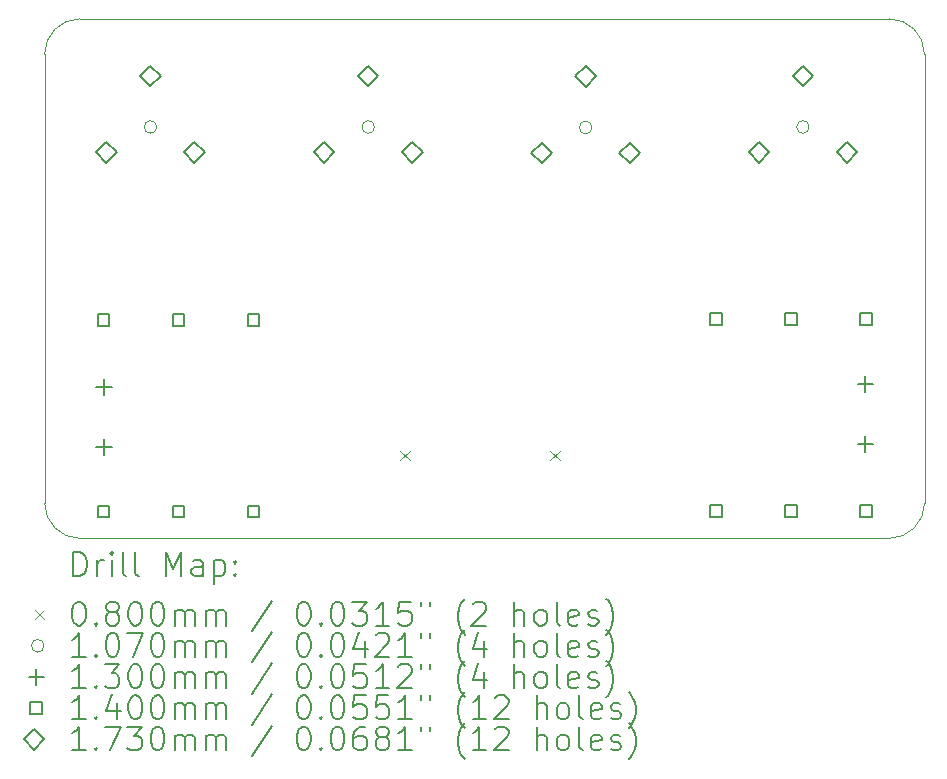
<source format=gbr>
%TF.GenerationSoftware,KiCad,Pcbnew,7.0.1*%
%TF.CreationDate,2023-08-03T02:37:53+01:00*%
%TF.ProjectId,QA403 Impedance Fixture,51413430-3320-4496-9d70-6564616e6365,rev?*%
%TF.SameCoordinates,Original*%
%TF.FileFunction,Drillmap*%
%TF.FilePolarity,Positive*%
%FSLAX45Y45*%
G04 Gerber Fmt 4.5, Leading zero omitted, Abs format (unit mm)*
G04 Created by KiCad (PCBNEW 7.0.1) date 2023-08-03 02:37:53*
%MOMM*%
%LPD*%
G01*
G04 APERTURE LIST*
%ADD10C,0.100000*%
%ADD11C,0.200000*%
%ADD12C,0.080000*%
%ADD13C,0.107000*%
%ADD14C,0.130000*%
%ADD15C,0.140000*%
%ADD16C,0.173000*%
G04 APERTURE END LIST*
D10*
X7850000Y-2500000D02*
G75*
G03*
X7550000Y-2800000I0J-300000D01*
G01*
X15000000Y-2800000D02*
G75*
G03*
X14700000Y-2500000I-300000J0D01*
G01*
X7550000Y-6600000D02*
X7550000Y-2800000D01*
X7850000Y-2500000D02*
X14700000Y-2500000D01*
X15000000Y-2800000D02*
X15000000Y-6600000D01*
X14700000Y-6900000D02*
X7850000Y-6900000D01*
X7550000Y-6600000D02*
G75*
G03*
X7850000Y-6900000I300000J0D01*
G01*
X14700000Y-6900000D02*
G75*
G03*
X15000000Y-6600000I0J300000D01*
G01*
D11*
D12*
X10560000Y-6160000D02*
X10640000Y-6240000D01*
X10640000Y-6160000D02*
X10560000Y-6240000D01*
X11830000Y-6160000D02*
X11910000Y-6240000D01*
X11910000Y-6160000D02*
X11830000Y-6240000D01*
D13*
X8499000Y-3416500D02*
G75*
G03*
X8499000Y-3416500I-53500J0D01*
G01*
X10343579Y-3416500D02*
G75*
G03*
X10343579Y-3416500I-53500J0D01*
G01*
X12183540Y-3421000D02*
G75*
G03*
X12183540Y-3421000I-53500J0D01*
G01*
X14023500Y-3416500D02*
G75*
G03*
X14023500Y-3416500I-53500J0D01*
G01*
D14*
X8051900Y-5551800D02*
X8051900Y-5681800D01*
X7986900Y-5616800D02*
X8116900Y-5616800D01*
X8051900Y-6059800D02*
X8051900Y-6189800D01*
X7986900Y-6124800D02*
X8116900Y-6124800D01*
X14500000Y-5527000D02*
X14500000Y-5657000D01*
X14435000Y-5592000D02*
X14565000Y-5592000D01*
X14500000Y-6035000D02*
X14500000Y-6165000D01*
X14435000Y-6100000D02*
X14565000Y-6100000D01*
D15*
X8097998Y-5099498D02*
X8097998Y-5000502D01*
X7999002Y-5000502D01*
X7999002Y-5099498D01*
X8097998Y-5099498D01*
X8097998Y-6722498D02*
X8097998Y-6623502D01*
X7999002Y-6623502D01*
X7999002Y-6722498D01*
X8097998Y-6722498D01*
X8732998Y-5099498D02*
X8732998Y-5000502D01*
X8634002Y-5000502D01*
X8634002Y-5099498D01*
X8732998Y-5099498D01*
X8732998Y-6722498D02*
X8732998Y-6623502D01*
X8634002Y-6623502D01*
X8634002Y-6722498D01*
X8732998Y-6722498D01*
X9367998Y-5099498D02*
X9367998Y-5000502D01*
X9269002Y-5000502D01*
X9269002Y-5099498D01*
X9367998Y-5099498D01*
X9367998Y-6722498D02*
X9367998Y-6623502D01*
X9269002Y-6623502D01*
X9269002Y-6722498D01*
X9367998Y-6722498D01*
X13282898Y-5093298D02*
X13282898Y-4994302D01*
X13183902Y-4994302D01*
X13183902Y-5093298D01*
X13282898Y-5093298D01*
X13282898Y-6716298D02*
X13282898Y-6617302D01*
X13183902Y-6617302D01*
X13183902Y-6716298D01*
X13282898Y-6716298D01*
X13917898Y-5093298D02*
X13917898Y-4994302D01*
X13818902Y-4994302D01*
X13818902Y-5093298D01*
X13917898Y-5093298D01*
X13917898Y-6716298D02*
X13917898Y-6617302D01*
X13818902Y-6617302D01*
X13818902Y-6716298D01*
X13917898Y-6716298D01*
X14552898Y-5093298D02*
X14552898Y-4994302D01*
X14453902Y-4994302D01*
X14453902Y-5093298D01*
X14552898Y-5093298D01*
X14552898Y-6716298D02*
X14552898Y-6617302D01*
X14453902Y-6617302D01*
X14453902Y-6716298D01*
X14552898Y-6716298D01*
D16*
X8072500Y-3719000D02*
X8159000Y-3632500D01*
X8072500Y-3546000D01*
X7986000Y-3632500D01*
X8072500Y-3719000D01*
X8445500Y-3071000D02*
X8532000Y-2984500D01*
X8445500Y-2898000D01*
X8359000Y-2984500D01*
X8445500Y-3071000D01*
X8818500Y-3719000D02*
X8905000Y-3632500D01*
X8818500Y-3546000D01*
X8732000Y-3632500D01*
X8818500Y-3719000D01*
X9917079Y-3719000D02*
X10003579Y-3632500D01*
X9917079Y-3546000D01*
X9830579Y-3632500D01*
X9917079Y-3719000D01*
X10290079Y-3071000D02*
X10376579Y-2984500D01*
X10290079Y-2898000D01*
X10203579Y-2984500D01*
X10290079Y-3071000D01*
X10663079Y-3719000D02*
X10749579Y-3632500D01*
X10663079Y-3546000D01*
X10576579Y-3632500D01*
X10663079Y-3719000D01*
X11757040Y-3723500D02*
X11843540Y-3637000D01*
X11757040Y-3550500D01*
X11670540Y-3637000D01*
X11757040Y-3723500D01*
X12130040Y-3075500D02*
X12216540Y-2989000D01*
X12130040Y-2902500D01*
X12043540Y-2989000D01*
X12130040Y-3075500D01*
X12503040Y-3723500D02*
X12589540Y-3637000D01*
X12503040Y-3550500D01*
X12416540Y-3637000D01*
X12503040Y-3723500D01*
X13597000Y-3719000D02*
X13683500Y-3632500D01*
X13597000Y-3546000D01*
X13510500Y-3632500D01*
X13597000Y-3719000D01*
X13970000Y-3071000D02*
X14056500Y-2984500D01*
X13970000Y-2898000D01*
X13883500Y-2984500D01*
X13970000Y-3071000D01*
X14343000Y-3719000D02*
X14429500Y-3632500D01*
X14343000Y-3546000D01*
X14256500Y-3632500D01*
X14343000Y-3719000D01*
D11*
X7792619Y-7217524D02*
X7792619Y-7017524D01*
X7792619Y-7017524D02*
X7840238Y-7017524D01*
X7840238Y-7017524D02*
X7868809Y-7027048D01*
X7868809Y-7027048D02*
X7887857Y-7046095D01*
X7887857Y-7046095D02*
X7897381Y-7065143D01*
X7897381Y-7065143D02*
X7906905Y-7103238D01*
X7906905Y-7103238D02*
X7906905Y-7131809D01*
X7906905Y-7131809D02*
X7897381Y-7169905D01*
X7897381Y-7169905D02*
X7887857Y-7188952D01*
X7887857Y-7188952D02*
X7868809Y-7208000D01*
X7868809Y-7208000D02*
X7840238Y-7217524D01*
X7840238Y-7217524D02*
X7792619Y-7217524D01*
X7992619Y-7217524D02*
X7992619Y-7084190D01*
X7992619Y-7122286D02*
X8002143Y-7103238D01*
X8002143Y-7103238D02*
X8011667Y-7093714D01*
X8011667Y-7093714D02*
X8030714Y-7084190D01*
X8030714Y-7084190D02*
X8049762Y-7084190D01*
X8116428Y-7217524D02*
X8116428Y-7084190D01*
X8116428Y-7017524D02*
X8106905Y-7027048D01*
X8106905Y-7027048D02*
X8116428Y-7036571D01*
X8116428Y-7036571D02*
X8125952Y-7027048D01*
X8125952Y-7027048D02*
X8116428Y-7017524D01*
X8116428Y-7017524D02*
X8116428Y-7036571D01*
X8240238Y-7217524D02*
X8221190Y-7208000D01*
X8221190Y-7208000D02*
X8211667Y-7188952D01*
X8211667Y-7188952D02*
X8211667Y-7017524D01*
X8345000Y-7217524D02*
X8325952Y-7208000D01*
X8325952Y-7208000D02*
X8316428Y-7188952D01*
X8316428Y-7188952D02*
X8316428Y-7017524D01*
X8573571Y-7217524D02*
X8573571Y-7017524D01*
X8573571Y-7017524D02*
X8640238Y-7160381D01*
X8640238Y-7160381D02*
X8706905Y-7017524D01*
X8706905Y-7017524D02*
X8706905Y-7217524D01*
X8887857Y-7217524D02*
X8887857Y-7112762D01*
X8887857Y-7112762D02*
X8878333Y-7093714D01*
X8878333Y-7093714D02*
X8859286Y-7084190D01*
X8859286Y-7084190D02*
X8821190Y-7084190D01*
X8821190Y-7084190D02*
X8802143Y-7093714D01*
X8887857Y-7208000D02*
X8868810Y-7217524D01*
X8868810Y-7217524D02*
X8821190Y-7217524D01*
X8821190Y-7217524D02*
X8802143Y-7208000D01*
X8802143Y-7208000D02*
X8792619Y-7188952D01*
X8792619Y-7188952D02*
X8792619Y-7169905D01*
X8792619Y-7169905D02*
X8802143Y-7150857D01*
X8802143Y-7150857D02*
X8821190Y-7141333D01*
X8821190Y-7141333D02*
X8868810Y-7141333D01*
X8868810Y-7141333D02*
X8887857Y-7131809D01*
X8983095Y-7084190D02*
X8983095Y-7284190D01*
X8983095Y-7093714D02*
X9002143Y-7084190D01*
X9002143Y-7084190D02*
X9040238Y-7084190D01*
X9040238Y-7084190D02*
X9059286Y-7093714D01*
X9059286Y-7093714D02*
X9068810Y-7103238D01*
X9068810Y-7103238D02*
X9078333Y-7122286D01*
X9078333Y-7122286D02*
X9078333Y-7179428D01*
X9078333Y-7179428D02*
X9068810Y-7198476D01*
X9068810Y-7198476D02*
X9059286Y-7208000D01*
X9059286Y-7208000D02*
X9040238Y-7217524D01*
X9040238Y-7217524D02*
X9002143Y-7217524D01*
X9002143Y-7217524D02*
X8983095Y-7208000D01*
X9164048Y-7198476D02*
X9173571Y-7208000D01*
X9173571Y-7208000D02*
X9164048Y-7217524D01*
X9164048Y-7217524D02*
X9154524Y-7208000D01*
X9154524Y-7208000D02*
X9164048Y-7198476D01*
X9164048Y-7198476D02*
X9164048Y-7217524D01*
X9164048Y-7093714D02*
X9173571Y-7103238D01*
X9173571Y-7103238D02*
X9164048Y-7112762D01*
X9164048Y-7112762D02*
X9154524Y-7103238D01*
X9154524Y-7103238D02*
X9164048Y-7093714D01*
X9164048Y-7093714D02*
X9164048Y-7112762D01*
D12*
X7465000Y-7505000D02*
X7545000Y-7585000D01*
X7545000Y-7505000D02*
X7465000Y-7585000D01*
D11*
X7830714Y-7437524D02*
X7849762Y-7437524D01*
X7849762Y-7437524D02*
X7868809Y-7447048D01*
X7868809Y-7447048D02*
X7878333Y-7456571D01*
X7878333Y-7456571D02*
X7887857Y-7475619D01*
X7887857Y-7475619D02*
X7897381Y-7513714D01*
X7897381Y-7513714D02*
X7897381Y-7561333D01*
X7897381Y-7561333D02*
X7887857Y-7599428D01*
X7887857Y-7599428D02*
X7878333Y-7618476D01*
X7878333Y-7618476D02*
X7868809Y-7628000D01*
X7868809Y-7628000D02*
X7849762Y-7637524D01*
X7849762Y-7637524D02*
X7830714Y-7637524D01*
X7830714Y-7637524D02*
X7811667Y-7628000D01*
X7811667Y-7628000D02*
X7802143Y-7618476D01*
X7802143Y-7618476D02*
X7792619Y-7599428D01*
X7792619Y-7599428D02*
X7783095Y-7561333D01*
X7783095Y-7561333D02*
X7783095Y-7513714D01*
X7783095Y-7513714D02*
X7792619Y-7475619D01*
X7792619Y-7475619D02*
X7802143Y-7456571D01*
X7802143Y-7456571D02*
X7811667Y-7447048D01*
X7811667Y-7447048D02*
X7830714Y-7437524D01*
X7983095Y-7618476D02*
X7992619Y-7628000D01*
X7992619Y-7628000D02*
X7983095Y-7637524D01*
X7983095Y-7637524D02*
X7973571Y-7628000D01*
X7973571Y-7628000D02*
X7983095Y-7618476D01*
X7983095Y-7618476D02*
X7983095Y-7637524D01*
X8106905Y-7523238D02*
X8087857Y-7513714D01*
X8087857Y-7513714D02*
X8078333Y-7504190D01*
X8078333Y-7504190D02*
X8068809Y-7485143D01*
X8068809Y-7485143D02*
X8068809Y-7475619D01*
X8068809Y-7475619D02*
X8078333Y-7456571D01*
X8078333Y-7456571D02*
X8087857Y-7447048D01*
X8087857Y-7447048D02*
X8106905Y-7437524D01*
X8106905Y-7437524D02*
X8145000Y-7437524D01*
X8145000Y-7437524D02*
X8164048Y-7447048D01*
X8164048Y-7447048D02*
X8173571Y-7456571D01*
X8173571Y-7456571D02*
X8183095Y-7475619D01*
X8183095Y-7475619D02*
X8183095Y-7485143D01*
X8183095Y-7485143D02*
X8173571Y-7504190D01*
X8173571Y-7504190D02*
X8164048Y-7513714D01*
X8164048Y-7513714D02*
X8145000Y-7523238D01*
X8145000Y-7523238D02*
X8106905Y-7523238D01*
X8106905Y-7523238D02*
X8087857Y-7532762D01*
X8087857Y-7532762D02*
X8078333Y-7542286D01*
X8078333Y-7542286D02*
X8068809Y-7561333D01*
X8068809Y-7561333D02*
X8068809Y-7599428D01*
X8068809Y-7599428D02*
X8078333Y-7618476D01*
X8078333Y-7618476D02*
X8087857Y-7628000D01*
X8087857Y-7628000D02*
X8106905Y-7637524D01*
X8106905Y-7637524D02*
X8145000Y-7637524D01*
X8145000Y-7637524D02*
X8164048Y-7628000D01*
X8164048Y-7628000D02*
X8173571Y-7618476D01*
X8173571Y-7618476D02*
X8183095Y-7599428D01*
X8183095Y-7599428D02*
X8183095Y-7561333D01*
X8183095Y-7561333D02*
X8173571Y-7542286D01*
X8173571Y-7542286D02*
X8164048Y-7532762D01*
X8164048Y-7532762D02*
X8145000Y-7523238D01*
X8306905Y-7437524D02*
X8325952Y-7437524D01*
X8325952Y-7437524D02*
X8345000Y-7447048D01*
X8345000Y-7447048D02*
X8354524Y-7456571D01*
X8354524Y-7456571D02*
X8364048Y-7475619D01*
X8364048Y-7475619D02*
X8373571Y-7513714D01*
X8373571Y-7513714D02*
X8373571Y-7561333D01*
X8373571Y-7561333D02*
X8364048Y-7599428D01*
X8364048Y-7599428D02*
X8354524Y-7618476D01*
X8354524Y-7618476D02*
X8345000Y-7628000D01*
X8345000Y-7628000D02*
X8325952Y-7637524D01*
X8325952Y-7637524D02*
X8306905Y-7637524D01*
X8306905Y-7637524D02*
X8287857Y-7628000D01*
X8287857Y-7628000D02*
X8278333Y-7618476D01*
X8278333Y-7618476D02*
X8268809Y-7599428D01*
X8268809Y-7599428D02*
X8259286Y-7561333D01*
X8259286Y-7561333D02*
X8259286Y-7513714D01*
X8259286Y-7513714D02*
X8268809Y-7475619D01*
X8268809Y-7475619D02*
X8278333Y-7456571D01*
X8278333Y-7456571D02*
X8287857Y-7447048D01*
X8287857Y-7447048D02*
X8306905Y-7437524D01*
X8497381Y-7437524D02*
X8516429Y-7437524D01*
X8516429Y-7437524D02*
X8535476Y-7447048D01*
X8535476Y-7447048D02*
X8545000Y-7456571D01*
X8545000Y-7456571D02*
X8554524Y-7475619D01*
X8554524Y-7475619D02*
X8564048Y-7513714D01*
X8564048Y-7513714D02*
X8564048Y-7561333D01*
X8564048Y-7561333D02*
X8554524Y-7599428D01*
X8554524Y-7599428D02*
X8545000Y-7618476D01*
X8545000Y-7618476D02*
X8535476Y-7628000D01*
X8535476Y-7628000D02*
X8516429Y-7637524D01*
X8516429Y-7637524D02*
X8497381Y-7637524D01*
X8497381Y-7637524D02*
X8478333Y-7628000D01*
X8478333Y-7628000D02*
X8468810Y-7618476D01*
X8468810Y-7618476D02*
X8459286Y-7599428D01*
X8459286Y-7599428D02*
X8449762Y-7561333D01*
X8449762Y-7561333D02*
X8449762Y-7513714D01*
X8449762Y-7513714D02*
X8459286Y-7475619D01*
X8459286Y-7475619D02*
X8468810Y-7456571D01*
X8468810Y-7456571D02*
X8478333Y-7447048D01*
X8478333Y-7447048D02*
X8497381Y-7437524D01*
X8649762Y-7637524D02*
X8649762Y-7504190D01*
X8649762Y-7523238D02*
X8659286Y-7513714D01*
X8659286Y-7513714D02*
X8678333Y-7504190D01*
X8678333Y-7504190D02*
X8706905Y-7504190D01*
X8706905Y-7504190D02*
X8725952Y-7513714D01*
X8725952Y-7513714D02*
X8735476Y-7532762D01*
X8735476Y-7532762D02*
X8735476Y-7637524D01*
X8735476Y-7532762D02*
X8745000Y-7513714D01*
X8745000Y-7513714D02*
X8764048Y-7504190D01*
X8764048Y-7504190D02*
X8792619Y-7504190D01*
X8792619Y-7504190D02*
X8811667Y-7513714D01*
X8811667Y-7513714D02*
X8821191Y-7532762D01*
X8821191Y-7532762D02*
X8821191Y-7637524D01*
X8916429Y-7637524D02*
X8916429Y-7504190D01*
X8916429Y-7523238D02*
X8925952Y-7513714D01*
X8925952Y-7513714D02*
X8945000Y-7504190D01*
X8945000Y-7504190D02*
X8973572Y-7504190D01*
X8973572Y-7504190D02*
X8992619Y-7513714D01*
X8992619Y-7513714D02*
X9002143Y-7532762D01*
X9002143Y-7532762D02*
X9002143Y-7637524D01*
X9002143Y-7532762D02*
X9011667Y-7513714D01*
X9011667Y-7513714D02*
X9030714Y-7504190D01*
X9030714Y-7504190D02*
X9059286Y-7504190D01*
X9059286Y-7504190D02*
X9078333Y-7513714D01*
X9078333Y-7513714D02*
X9087857Y-7532762D01*
X9087857Y-7532762D02*
X9087857Y-7637524D01*
X9478333Y-7428000D02*
X9306905Y-7685143D01*
X9735476Y-7437524D02*
X9754524Y-7437524D01*
X9754524Y-7437524D02*
X9773572Y-7447048D01*
X9773572Y-7447048D02*
X9783095Y-7456571D01*
X9783095Y-7456571D02*
X9792619Y-7475619D01*
X9792619Y-7475619D02*
X9802143Y-7513714D01*
X9802143Y-7513714D02*
X9802143Y-7561333D01*
X9802143Y-7561333D02*
X9792619Y-7599428D01*
X9792619Y-7599428D02*
X9783095Y-7618476D01*
X9783095Y-7618476D02*
X9773572Y-7628000D01*
X9773572Y-7628000D02*
X9754524Y-7637524D01*
X9754524Y-7637524D02*
X9735476Y-7637524D01*
X9735476Y-7637524D02*
X9716429Y-7628000D01*
X9716429Y-7628000D02*
X9706905Y-7618476D01*
X9706905Y-7618476D02*
X9697381Y-7599428D01*
X9697381Y-7599428D02*
X9687857Y-7561333D01*
X9687857Y-7561333D02*
X9687857Y-7513714D01*
X9687857Y-7513714D02*
X9697381Y-7475619D01*
X9697381Y-7475619D02*
X9706905Y-7456571D01*
X9706905Y-7456571D02*
X9716429Y-7447048D01*
X9716429Y-7447048D02*
X9735476Y-7437524D01*
X9887857Y-7618476D02*
X9897381Y-7628000D01*
X9897381Y-7628000D02*
X9887857Y-7637524D01*
X9887857Y-7637524D02*
X9878334Y-7628000D01*
X9878334Y-7628000D02*
X9887857Y-7618476D01*
X9887857Y-7618476D02*
X9887857Y-7637524D01*
X10021191Y-7437524D02*
X10040238Y-7437524D01*
X10040238Y-7437524D02*
X10059286Y-7447048D01*
X10059286Y-7447048D02*
X10068810Y-7456571D01*
X10068810Y-7456571D02*
X10078334Y-7475619D01*
X10078334Y-7475619D02*
X10087857Y-7513714D01*
X10087857Y-7513714D02*
X10087857Y-7561333D01*
X10087857Y-7561333D02*
X10078334Y-7599428D01*
X10078334Y-7599428D02*
X10068810Y-7618476D01*
X10068810Y-7618476D02*
X10059286Y-7628000D01*
X10059286Y-7628000D02*
X10040238Y-7637524D01*
X10040238Y-7637524D02*
X10021191Y-7637524D01*
X10021191Y-7637524D02*
X10002143Y-7628000D01*
X10002143Y-7628000D02*
X9992619Y-7618476D01*
X9992619Y-7618476D02*
X9983095Y-7599428D01*
X9983095Y-7599428D02*
X9973572Y-7561333D01*
X9973572Y-7561333D02*
X9973572Y-7513714D01*
X9973572Y-7513714D02*
X9983095Y-7475619D01*
X9983095Y-7475619D02*
X9992619Y-7456571D01*
X9992619Y-7456571D02*
X10002143Y-7447048D01*
X10002143Y-7447048D02*
X10021191Y-7437524D01*
X10154524Y-7437524D02*
X10278334Y-7437524D01*
X10278334Y-7437524D02*
X10211667Y-7513714D01*
X10211667Y-7513714D02*
X10240238Y-7513714D01*
X10240238Y-7513714D02*
X10259286Y-7523238D01*
X10259286Y-7523238D02*
X10268810Y-7532762D01*
X10268810Y-7532762D02*
X10278334Y-7551809D01*
X10278334Y-7551809D02*
X10278334Y-7599428D01*
X10278334Y-7599428D02*
X10268810Y-7618476D01*
X10268810Y-7618476D02*
X10259286Y-7628000D01*
X10259286Y-7628000D02*
X10240238Y-7637524D01*
X10240238Y-7637524D02*
X10183095Y-7637524D01*
X10183095Y-7637524D02*
X10164048Y-7628000D01*
X10164048Y-7628000D02*
X10154524Y-7618476D01*
X10468810Y-7637524D02*
X10354524Y-7637524D01*
X10411667Y-7637524D02*
X10411667Y-7437524D01*
X10411667Y-7437524D02*
X10392619Y-7466095D01*
X10392619Y-7466095D02*
X10373572Y-7485143D01*
X10373572Y-7485143D02*
X10354524Y-7494667D01*
X10649762Y-7437524D02*
X10554524Y-7437524D01*
X10554524Y-7437524D02*
X10545000Y-7532762D01*
X10545000Y-7532762D02*
X10554524Y-7523238D01*
X10554524Y-7523238D02*
X10573572Y-7513714D01*
X10573572Y-7513714D02*
X10621191Y-7513714D01*
X10621191Y-7513714D02*
X10640238Y-7523238D01*
X10640238Y-7523238D02*
X10649762Y-7532762D01*
X10649762Y-7532762D02*
X10659286Y-7551809D01*
X10659286Y-7551809D02*
X10659286Y-7599428D01*
X10659286Y-7599428D02*
X10649762Y-7618476D01*
X10649762Y-7618476D02*
X10640238Y-7628000D01*
X10640238Y-7628000D02*
X10621191Y-7637524D01*
X10621191Y-7637524D02*
X10573572Y-7637524D01*
X10573572Y-7637524D02*
X10554524Y-7628000D01*
X10554524Y-7628000D02*
X10545000Y-7618476D01*
X10735476Y-7437524D02*
X10735476Y-7475619D01*
X10811667Y-7437524D02*
X10811667Y-7475619D01*
X11106905Y-7713714D02*
X11097381Y-7704190D01*
X11097381Y-7704190D02*
X11078334Y-7675619D01*
X11078334Y-7675619D02*
X11068810Y-7656571D01*
X11068810Y-7656571D02*
X11059286Y-7628000D01*
X11059286Y-7628000D02*
X11049762Y-7580381D01*
X11049762Y-7580381D02*
X11049762Y-7542286D01*
X11049762Y-7542286D02*
X11059286Y-7494667D01*
X11059286Y-7494667D02*
X11068810Y-7466095D01*
X11068810Y-7466095D02*
X11078334Y-7447048D01*
X11078334Y-7447048D02*
X11097381Y-7418476D01*
X11097381Y-7418476D02*
X11106905Y-7408952D01*
X11173572Y-7456571D02*
X11183096Y-7447048D01*
X11183096Y-7447048D02*
X11202143Y-7437524D01*
X11202143Y-7437524D02*
X11249762Y-7437524D01*
X11249762Y-7437524D02*
X11268810Y-7447048D01*
X11268810Y-7447048D02*
X11278334Y-7456571D01*
X11278334Y-7456571D02*
X11287857Y-7475619D01*
X11287857Y-7475619D02*
X11287857Y-7494667D01*
X11287857Y-7494667D02*
X11278334Y-7523238D01*
X11278334Y-7523238D02*
X11164048Y-7637524D01*
X11164048Y-7637524D02*
X11287857Y-7637524D01*
X11525953Y-7637524D02*
X11525953Y-7437524D01*
X11611667Y-7637524D02*
X11611667Y-7532762D01*
X11611667Y-7532762D02*
X11602143Y-7513714D01*
X11602143Y-7513714D02*
X11583096Y-7504190D01*
X11583096Y-7504190D02*
X11554524Y-7504190D01*
X11554524Y-7504190D02*
X11535476Y-7513714D01*
X11535476Y-7513714D02*
X11525953Y-7523238D01*
X11735476Y-7637524D02*
X11716429Y-7628000D01*
X11716429Y-7628000D02*
X11706905Y-7618476D01*
X11706905Y-7618476D02*
X11697381Y-7599428D01*
X11697381Y-7599428D02*
X11697381Y-7542286D01*
X11697381Y-7542286D02*
X11706905Y-7523238D01*
X11706905Y-7523238D02*
X11716429Y-7513714D01*
X11716429Y-7513714D02*
X11735476Y-7504190D01*
X11735476Y-7504190D02*
X11764048Y-7504190D01*
X11764048Y-7504190D02*
X11783096Y-7513714D01*
X11783096Y-7513714D02*
X11792619Y-7523238D01*
X11792619Y-7523238D02*
X11802143Y-7542286D01*
X11802143Y-7542286D02*
X11802143Y-7599428D01*
X11802143Y-7599428D02*
X11792619Y-7618476D01*
X11792619Y-7618476D02*
X11783096Y-7628000D01*
X11783096Y-7628000D02*
X11764048Y-7637524D01*
X11764048Y-7637524D02*
X11735476Y-7637524D01*
X11916429Y-7637524D02*
X11897381Y-7628000D01*
X11897381Y-7628000D02*
X11887857Y-7608952D01*
X11887857Y-7608952D02*
X11887857Y-7437524D01*
X12068810Y-7628000D02*
X12049762Y-7637524D01*
X12049762Y-7637524D02*
X12011667Y-7637524D01*
X12011667Y-7637524D02*
X11992619Y-7628000D01*
X11992619Y-7628000D02*
X11983096Y-7608952D01*
X11983096Y-7608952D02*
X11983096Y-7532762D01*
X11983096Y-7532762D02*
X11992619Y-7513714D01*
X11992619Y-7513714D02*
X12011667Y-7504190D01*
X12011667Y-7504190D02*
X12049762Y-7504190D01*
X12049762Y-7504190D02*
X12068810Y-7513714D01*
X12068810Y-7513714D02*
X12078334Y-7532762D01*
X12078334Y-7532762D02*
X12078334Y-7551809D01*
X12078334Y-7551809D02*
X11983096Y-7570857D01*
X12154524Y-7628000D02*
X12173572Y-7637524D01*
X12173572Y-7637524D02*
X12211667Y-7637524D01*
X12211667Y-7637524D02*
X12230715Y-7628000D01*
X12230715Y-7628000D02*
X12240238Y-7608952D01*
X12240238Y-7608952D02*
X12240238Y-7599428D01*
X12240238Y-7599428D02*
X12230715Y-7580381D01*
X12230715Y-7580381D02*
X12211667Y-7570857D01*
X12211667Y-7570857D02*
X12183096Y-7570857D01*
X12183096Y-7570857D02*
X12164048Y-7561333D01*
X12164048Y-7561333D02*
X12154524Y-7542286D01*
X12154524Y-7542286D02*
X12154524Y-7532762D01*
X12154524Y-7532762D02*
X12164048Y-7513714D01*
X12164048Y-7513714D02*
X12183096Y-7504190D01*
X12183096Y-7504190D02*
X12211667Y-7504190D01*
X12211667Y-7504190D02*
X12230715Y-7513714D01*
X12306905Y-7713714D02*
X12316429Y-7704190D01*
X12316429Y-7704190D02*
X12335477Y-7675619D01*
X12335477Y-7675619D02*
X12345000Y-7656571D01*
X12345000Y-7656571D02*
X12354524Y-7628000D01*
X12354524Y-7628000D02*
X12364048Y-7580381D01*
X12364048Y-7580381D02*
X12364048Y-7542286D01*
X12364048Y-7542286D02*
X12354524Y-7494667D01*
X12354524Y-7494667D02*
X12345000Y-7466095D01*
X12345000Y-7466095D02*
X12335477Y-7447048D01*
X12335477Y-7447048D02*
X12316429Y-7418476D01*
X12316429Y-7418476D02*
X12306905Y-7408952D01*
D13*
X7545000Y-7809000D02*
G75*
G03*
X7545000Y-7809000I-53500J0D01*
G01*
D11*
X7897381Y-7901524D02*
X7783095Y-7901524D01*
X7840238Y-7901524D02*
X7840238Y-7701524D01*
X7840238Y-7701524D02*
X7821190Y-7730095D01*
X7821190Y-7730095D02*
X7802143Y-7749143D01*
X7802143Y-7749143D02*
X7783095Y-7758667D01*
X7983095Y-7882476D02*
X7992619Y-7892000D01*
X7992619Y-7892000D02*
X7983095Y-7901524D01*
X7983095Y-7901524D02*
X7973571Y-7892000D01*
X7973571Y-7892000D02*
X7983095Y-7882476D01*
X7983095Y-7882476D02*
X7983095Y-7901524D01*
X8116428Y-7701524D02*
X8135476Y-7701524D01*
X8135476Y-7701524D02*
X8154524Y-7711048D01*
X8154524Y-7711048D02*
X8164048Y-7720571D01*
X8164048Y-7720571D02*
X8173571Y-7739619D01*
X8173571Y-7739619D02*
X8183095Y-7777714D01*
X8183095Y-7777714D02*
X8183095Y-7825333D01*
X8183095Y-7825333D02*
X8173571Y-7863428D01*
X8173571Y-7863428D02*
X8164048Y-7882476D01*
X8164048Y-7882476D02*
X8154524Y-7892000D01*
X8154524Y-7892000D02*
X8135476Y-7901524D01*
X8135476Y-7901524D02*
X8116428Y-7901524D01*
X8116428Y-7901524D02*
X8097381Y-7892000D01*
X8097381Y-7892000D02*
X8087857Y-7882476D01*
X8087857Y-7882476D02*
X8078333Y-7863428D01*
X8078333Y-7863428D02*
X8068809Y-7825333D01*
X8068809Y-7825333D02*
X8068809Y-7777714D01*
X8068809Y-7777714D02*
X8078333Y-7739619D01*
X8078333Y-7739619D02*
X8087857Y-7720571D01*
X8087857Y-7720571D02*
X8097381Y-7711048D01*
X8097381Y-7711048D02*
X8116428Y-7701524D01*
X8249762Y-7701524D02*
X8383095Y-7701524D01*
X8383095Y-7701524D02*
X8297381Y-7901524D01*
X8497381Y-7701524D02*
X8516429Y-7701524D01*
X8516429Y-7701524D02*
X8535476Y-7711048D01*
X8535476Y-7711048D02*
X8545000Y-7720571D01*
X8545000Y-7720571D02*
X8554524Y-7739619D01*
X8554524Y-7739619D02*
X8564048Y-7777714D01*
X8564048Y-7777714D02*
X8564048Y-7825333D01*
X8564048Y-7825333D02*
X8554524Y-7863428D01*
X8554524Y-7863428D02*
X8545000Y-7882476D01*
X8545000Y-7882476D02*
X8535476Y-7892000D01*
X8535476Y-7892000D02*
X8516429Y-7901524D01*
X8516429Y-7901524D02*
X8497381Y-7901524D01*
X8497381Y-7901524D02*
X8478333Y-7892000D01*
X8478333Y-7892000D02*
X8468810Y-7882476D01*
X8468810Y-7882476D02*
X8459286Y-7863428D01*
X8459286Y-7863428D02*
X8449762Y-7825333D01*
X8449762Y-7825333D02*
X8449762Y-7777714D01*
X8449762Y-7777714D02*
X8459286Y-7739619D01*
X8459286Y-7739619D02*
X8468810Y-7720571D01*
X8468810Y-7720571D02*
X8478333Y-7711048D01*
X8478333Y-7711048D02*
X8497381Y-7701524D01*
X8649762Y-7901524D02*
X8649762Y-7768190D01*
X8649762Y-7787238D02*
X8659286Y-7777714D01*
X8659286Y-7777714D02*
X8678333Y-7768190D01*
X8678333Y-7768190D02*
X8706905Y-7768190D01*
X8706905Y-7768190D02*
X8725952Y-7777714D01*
X8725952Y-7777714D02*
X8735476Y-7796762D01*
X8735476Y-7796762D02*
X8735476Y-7901524D01*
X8735476Y-7796762D02*
X8745000Y-7777714D01*
X8745000Y-7777714D02*
X8764048Y-7768190D01*
X8764048Y-7768190D02*
X8792619Y-7768190D01*
X8792619Y-7768190D02*
X8811667Y-7777714D01*
X8811667Y-7777714D02*
X8821191Y-7796762D01*
X8821191Y-7796762D02*
X8821191Y-7901524D01*
X8916429Y-7901524D02*
X8916429Y-7768190D01*
X8916429Y-7787238D02*
X8925952Y-7777714D01*
X8925952Y-7777714D02*
X8945000Y-7768190D01*
X8945000Y-7768190D02*
X8973572Y-7768190D01*
X8973572Y-7768190D02*
X8992619Y-7777714D01*
X8992619Y-7777714D02*
X9002143Y-7796762D01*
X9002143Y-7796762D02*
X9002143Y-7901524D01*
X9002143Y-7796762D02*
X9011667Y-7777714D01*
X9011667Y-7777714D02*
X9030714Y-7768190D01*
X9030714Y-7768190D02*
X9059286Y-7768190D01*
X9059286Y-7768190D02*
X9078333Y-7777714D01*
X9078333Y-7777714D02*
X9087857Y-7796762D01*
X9087857Y-7796762D02*
X9087857Y-7901524D01*
X9478333Y-7692000D02*
X9306905Y-7949143D01*
X9735476Y-7701524D02*
X9754524Y-7701524D01*
X9754524Y-7701524D02*
X9773572Y-7711048D01*
X9773572Y-7711048D02*
X9783095Y-7720571D01*
X9783095Y-7720571D02*
X9792619Y-7739619D01*
X9792619Y-7739619D02*
X9802143Y-7777714D01*
X9802143Y-7777714D02*
X9802143Y-7825333D01*
X9802143Y-7825333D02*
X9792619Y-7863428D01*
X9792619Y-7863428D02*
X9783095Y-7882476D01*
X9783095Y-7882476D02*
X9773572Y-7892000D01*
X9773572Y-7892000D02*
X9754524Y-7901524D01*
X9754524Y-7901524D02*
X9735476Y-7901524D01*
X9735476Y-7901524D02*
X9716429Y-7892000D01*
X9716429Y-7892000D02*
X9706905Y-7882476D01*
X9706905Y-7882476D02*
X9697381Y-7863428D01*
X9697381Y-7863428D02*
X9687857Y-7825333D01*
X9687857Y-7825333D02*
X9687857Y-7777714D01*
X9687857Y-7777714D02*
X9697381Y-7739619D01*
X9697381Y-7739619D02*
X9706905Y-7720571D01*
X9706905Y-7720571D02*
X9716429Y-7711048D01*
X9716429Y-7711048D02*
X9735476Y-7701524D01*
X9887857Y-7882476D02*
X9897381Y-7892000D01*
X9897381Y-7892000D02*
X9887857Y-7901524D01*
X9887857Y-7901524D02*
X9878334Y-7892000D01*
X9878334Y-7892000D02*
X9887857Y-7882476D01*
X9887857Y-7882476D02*
X9887857Y-7901524D01*
X10021191Y-7701524D02*
X10040238Y-7701524D01*
X10040238Y-7701524D02*
X10059286Y-7711048D01*
X10059286Y-7711048D02*
X10068810Y-7720571D01*
X10068810Y-7720571D02*
X10078334Y-7739619D01*
X10078334Y-7739619D02*
X10087857Y-7777714D01*
X10087857Y-7777714D02*
X10087857Y-7825333D01*
X10087857Y-7825333D02*
X10078334Y-7863428D01*
X10078334Y-7863428D02*
X10068810Y-7882476D01*
X10068810Y-7882476D02*
X10059286Y-7892000D01*
X10059286Y-7892000D02*
X10040238Y-7901524D01*
X10040238Y-7901524D02*
X10021191Y-7901524D01*
X10021191Y-7901524D02*
X10002143Y-7892000D01*
X10002143Y-7892000D02*
X9992619Y-7882476D01*
X9992619Y-7882476D02*
X9983095Y-7863428D01*
X9983095Y-7863428D02*
X9973572Y-7825333D01*
X9973572Y-7825333D02*
X9973572Y-7777714D01*
X9973572Y-7777714D02*
X9983095Y-7739619D01*
X9983095Y-7739619D02*
X9992619Y-7720571D01*
X9992619Y-7720571D02*
X10002143Y-7711048D01*
X10002143Y-7711048D02*
X10021191Y-7701524D01*
X10259286Y-7768190D02*
X10259286Y-7901524D01*
X10211667Y-7692000D02*
X10164048Y-7834857D01*
X10164048Y-7834857D02*
X10287857Y-7834857D01*
X10354524Y-7720571D02*
X10364048Y-7711048D01*
X10364048Y-7711048D02*
X10383095Y-7701524D01*
X10383095Y-7701524D02*
X10430715Y-7701524D01*
X10430715Y-7701524D02*
X10449762Y-7711048D01*
X10449762Y-7711048D02*
X10459286Y-7720571D01*
X10459286Y-7720571D02*
X10468810Y-7739619D01*
X10468810Y-7739619D02*
X10468810Y-7758667D01*
X10468810Y-7758667D02*
X10459286Y-7787238D01*
X10459286Y-7787238D02*
X10345000Y-7901524D01*
X10345000Y-7901524D02*
X10468810Y-7901524D01*
X10659286Y-7901524D02*
X10545000Y-7901524D01*
X10602143Y-7901524D02*
X10602143Y-7701524D01*
X10602143Y-7701524D02*
X10583095Y-7730095D01*
X10583095Y-7730095D02*
X10564048Y-7749143D01*
X10564048Y-7749143D02*
X10545000Y-7758667D01*
X10735476Y-7701524D02*
X10735476Y-7739619D01*
X10811667Y-7701524D02*
X10811667Y-7739619D01*
X11106905Y-7977714D02*
X11097381Y-7968190D01*
X11097381Y-7968190D02*
X11078334Y-7939619D01*
X11078334Y-7939619D02*
X11068810Y-7920571D01*
X11068810Y-7920571D02*
X11059286Y-7892000D01*
X11059286Y-7892000D02*
X11049762Y-7844381D01*
X11049762Y-7844381D02*
X11049762Y-7806286D01*
X11049762Y-7806286D02*
X11059286Y-7758667D01*
X11059286Y-7758667D02*
X11068810Y-7730095D01*
X11068810Y-7730095D02*
X11078334Y-7711048D01*
X11078334Y-7711048D02*
X11097381Y-7682476D01*
X11097381Y-7682476D02*
X11106905Y-7672952D01*
X11268810Y-7768190D02*
X11268810Y-7901524D01*
X11221191Y-7692000D02*
X11173572Y-7834857D01*
X11173572Y-7834857D02*
X11297381Y-7834857D01*
X11525953Y-7901524D02*
X11525953Y-7701524D01*
X11611667Y-7901524D02*
X11611667Y-7796762D01*
X11611667Y-7796762D02*
X11602143Y-7777714D01*
X11602143Y-7777714D02*
X11583096Y-7768190D01*
X11583096Y-7768190D02*
X11554524Y-7768190D01*
X11554524Y-7768190D02*
X11535476Y-7777714D01*
X11535476Y-7777714D02*
X11525953Y-7787238D01*
X11735476Y-7901524D02*
X11716429Y-7892000D01*
X11716429Y-7892000D02*
X11706905Y-7882476D01*
X11706905Y-7882476D02*
X11697381Y-7863428D01*
X11697381Y-7863428D02*
X11697381Y-7806286D01*
X11697381Y-7806286D02*
X11706905Y-7787238D01*
X11706905Y-7787238D02*
X11716429Y-7777714D01*
X11716429Y-7777714D02*
X11735476Y-7768190D01*
X11735476Y-7768190D02*
X11764048Y-7768190D01*
X11764048Y-7768190D02*
X11783096Y-7777714D01*
X11783096Y-7777714D02*
X11792619Y-7787238D01*
X11792619Y-7787238D02*
X11802143Y-7806286D01*
X11802143Y-7806286D02*
X11802143Y-7863428D01*
X11802143Y-7863428D02*
X11792619Y-7882476D01*
X11792619Y-7882476D02*
X11783096Y-7892000D01*
X11783096Y-7892000D02*
X11764048Y-7901524D01*
X11764048Y-7901524D02*
X11735476Y-7901524D01*
X11916429Y-7901524D02*
X11897381Y-7892000D01*
X11897381Y-7892000D02*
X11887857Y-7872952D01*
X11887857Y-7872952D02*
X11887857Y-7701524D01*
X12068810Y-7892000D02*
X12049762Y-7901524D01*
X12049762Y-7901524D02*
X12011667Y-7901524D01*
X12011667Y-7901524D02*
X11992619Y-7892000D01*
X11992619Y-7892000D02*
X11983096Y-7872952D01*
X11983096Y-7872952D02*
X11983096Y-7796762D01*
X11983096Y-7796762D02*
X11992619Y-7777714D01*
X11992619Y-7777714D02*
X12011667Y-7768190D01*
X12011667Y-7768190D02*
X12049762Y-7768190D01*
X12049762Y-7768190D02*
X12068810Y-7777714D01*
X12068810Y-7777714D02*
X12078334Y-7796762D01*
X12078334Y-7796762D02*
X12078334Y-7815809D01*
X12078334Y-7815809D02*
X11983096Y-7834857D01*
X12154524Y-7892000D02*
X12173572Y-7901524D01*
X12173572Y-7901524D02*
X12211667Y-7901524D01*
X12211667Y-7901524D02*
X12230715Y-7892000D01*
X12230715Y-7892000D02*
X12240238Y-7872952D01*
X12240238Y-7872952D02*
X12240238Y-7863428D01*
X12240238Y-7863428D02*
X12230715Y-7844381D01*
X12230715Y-7844381D02*
X12211667Y-7834857D01*
X12211667Y-7834857D02*
X12183096Y-7834857D01*
X12183096Y-7834857D02*
X12164048Y-7825333D01*
X12164048Y-7825333D02*
X12154524Y-7806286D01*
X12154524Y-7806286D02*
X12154524Y-7796762D01*
X12154524Y-7796762D02*
X12164048Y-7777714D01*
X12164048Y-7777714D02*
X12183096Y-7768190D01*
X12183096Y-7768190D02*
X12211667Y-7768190D01*
X12211667Y-7768190D02*
X12230715Y-7777714D01*
X12306905Y-7977714D02*
X12316429Y-7968190D01*
X12316429Y-7968190D02*
X12335477Y-7939619D01*
X12335477Y-7939619D02*
X12345000Y-7920571D01*
X12345000Y-7920571D02*
X12354524Y-7892000D01*
X12354524Y-7892000D02*
X12364048Y-7844381D01*
X12364048Y-7844381D02*
X12364048Y-7806286D01*
X12364048Y-7806286D02*
X12354524Y-7758667D01*
X12354524Y-7758667D02*
X12345000Y-7730095D01*
X12345000Y-7730095D02*
X12335477Y-7711048D01*
X12335477Y-7711048D02*
X12316429Y-7682476D01*
X12316429Y-7682476D02*
X12306905Y-7672952D01*
D14*
X7480000Y-8008000D02*
X7480000Y-8138000D01*
X7415000Y-8073000D02*
X7545000Y-8073000D01*
D11*
X7897381Y-8165524D02*
X7783095Y-8165524D01*
X7840238Y-8165524D02*
X7840238Y-7965524D01*
X7840238Y-7965524D02*
X7821190Y-7994095D01*
X7821190Y-7994095D02*
X7802143Y-8013143D01*
X7802143Y-8013143D02*
X7783095Y-8022667D01*
X7983095Y-8146476D02*
X7992619Y-8156000D01*
X7992619Y-8156000D02*
X7983095Y-8165524D01*
X7983095Y-8165524D02*
X7973571Y-8156000D01*
X7973571Y-8156000D02*
X7983095Y-8146476D01*
X7983095Y-8146476D02*
X7983095Y-8165524D01*
X8059286Y-7965524D02*
X8183095Y-7965524D01*
X8183095Y-7965524D02*
X8116428Y-8041714D01*
X8116428Y-8041714D02*
X8145000Y-8041714D01*
X8145000Y-8041714D02*
X8164048Y-8051238D01*
X8164048Y-8051238D02*
X8173571Y-8060762D01*
X8173571Y-8060762D02*
X8183095Y-8079809D01*
X8183095Y-8079809D02*
X8183095Y-8127428D01*
X8183095Y-8127428D02*
X8173571Y-8146476D01*
X8173571Y-8146476D02*
X8164048Y-8156000D01*
X8164048Y-8156000D02*
X8145000Y-8165524D01*
X8145000Y-8165524D02*
X8087857Y-8165524D01*
X8087857Y-8165524D02*
X8068809Y-8156000D01*
X8068809Y-8156000D02*
X8059286Y-8146476D01*
X8306905Y-7965524D02*
X8325952Y-7965524D01*
X8325952Y-7965524D02*
X8345000Y-7975048D01*
X8345000Y-7975048D02*
X8354524Y-7984571D01*
X8354524Y-7984571D02*
X8364048Y-8003619D01*
X8364048Y-8003619D02*
X8373571Y-8041714D01*
X8373571Y-8041714D02*
X8373571Y-8089333D01*
X8373571Y-8089333D02*
X8364048Y-8127428D01*
X8364048Y-8127428D02*
X8354524Y-8146476D01*
X8354524Y-8146476D02*
X8345000Y-8156000D01*
X8345000Y-8156000D02*
X8325952Y-8165524D01*
X8325952Y-8165524D02*
X8306905Y-8165524D01*
X8306905Y-8165524D02*
X8287857Y-8156000D01*
X8287857Y-8156000D02*
X8278333Y-8146476D01*
X8278333Y-8146476D02*
X8268809Y-8127428D01*
X8268809Y-8127428D02*
X8259286Y-8089333D01*
X8259286Y-8089333D02*
X8259286Y-8041714D01*
X8259286Y-8041714D02*
X8268809Y-8003619D01*
X8268809Y-8003619D02*
X8278333Y-7984571D01*
X8278333Y-7984571D02*
X8287857Y-7975048D01*
X8287857Y-7975048D02*
X8306905Y-7965524D01*
X8497381Y-7965524D02*
X8516429Y-7965524D01*
X8516429Y-7965524D02*
X8535476Y-7975048D01*
X8535476Y-7975048D02*
X8545000Y-7984571D01*
X8545000Y-7984571D02*
X8554524Y-8003619D01*
X8554524Y-8003619D02*
X8564048Y-8041714D01*
X8564048Y-8041714D02*
X8564048Y-8089333D01*
X8564048Y-8089333D02*
X8554524Y-8127428D01*
X8554524Y-8127428D02*
X8545000Y-8146476D01*
X8545000Y-8146476D02*
X8535476Y-8156000D01*
X8535476Y-8156000D02*
X8516429Y-8165524D01*
X8516429Y-8165524D02*
X8497381Y-8165524D01*
X8497381Y-8165524D02*
X8478333Y-8156000D01*
X8478333Y-8156000D02*
X8468810Y-8146476D01*
X8468810Y-8146476D02*
X8459286Y-8127428D01*
X8459286Y-8127428D02*
X8449762Y-8089333D01*
X8449762Y-8089333D02*
X8449762Y-8041714D01*
X8449762Y-8041714D02*
X8459286Y-8003619D01*
X8459286Y-8003619D02*
X8468810Y-7984571D01*
X8468810Y-7984571D02*
X8478333Y-7975048D01*
X8478333Y-7975048D02*
X8497381Y-7965524D01*
X8649762Y-8165524D02*
X8649762Y-8032190D01*
X8649762Y-8051238D02*
X8659286Y-8041714D01*
X8659286Y-8041714D02*
X8678333Y-8032190D01*
X8678333Y-8032190D02*
X8706905Y-8032190D01*
X8706905Y-8032190D02*
X8725952Y-8041714D01*
X8725952Y-8041714D02*
X8735476Y-8060762D01*
X8735476Y-8060762D02*
X8735476Y-8165524D01*
X8735476Y-8060762D02*
X8745000Y-8041714D01*
X8745000Y-8041714D02*
X8764048Y-8032190D01*
X8764048Y-8032190D02*
X8792619Y-8032190D01*
X8792619Y-8032190D02*
X8811667Y-8041714D01*
X8811667Y-8041714D02*
X8821191Y-8060762D01*
X8821191Y-8060762D02*
X8821191Y-8165524D01*
X8916429Y-8165524D02*
X8916429Y-8032190D01*
X8916429Y-8051238D02*
X8925952Y-8041714D01*
X8925952Y-8041714D02*
X8945000Y-8032190D01*
X8945000Y-8032190D02*
X8973572Y-8032190D01*
X8973572Y-8032190D02*
X8992619Y-8041714D01*
X8992619Y-8041714D02*
X9002143Y-8060762D01*
X9002143Y-8060762D02*
X9002143Y-8165524D01*
X9002143Y-8060762D02*
X9011667Y-8041714D01*
X9011667Y-8041714D02*
X9030714Y-8032190D01*
X9030714Y-8032190D02*
X9059286Y-8032190D01*
X9059286Y-8032190D02*
X9078333Y-8041714D01*
X9078333Y-8041714D02*
X9087857Y-8060762D01*
X9087857Y-8060762D02*
X9087857Y-8165524D01*
X9478333Y-7956000D02*
X9306905Y-8213143D01*
X9735476Y-7965524D02*
X9754524Y-7965524D01*
X9754524Y-7965524D02*
X9773572Y-7975048D01*
X9773572Y-7975048D02*
X9783095Y-7984571D01*
X9783095Y-7984571D02*
X9792619Y-8003619D01*
X9792619Y-8003619D02*
X9802143Y-8041714D01*
X9802143Y-8041714D02*
X9802143Y-8089333D01*
X9802143Y-8089333D02*
X9792619Y-8127428D01*
X9792619Y-8127428D02*
X9783095Y-8146476D01*
X9783095Y-8146476D02*
X9773572Y-8156000D01*
X9773572Y-8156000D02*
X9754524Y-8165524D01*
X9754524Y-8165524D02*
X9735476Y-8165524D01*
X9735476Y-8165524D02*
X9716429Y-8156000D01*
X9716429Y-8156000D02*
X9706905Y-8146476D01*
X9706905Y-8146476D02*
X9697381Y-8127428D01*
X9697381Y-8127428D02*
X9687857Y-8089333D01*
X9687857Y-8089333D02*
X9687857Y-8041714D01*
X9687857Y-8041714D02*
X9697381Y-8003619D01*
X9697381Y-8003619D02*
X9706905Y-7984571D01*
X9706905Y-7984571D02*
X9716429Y-7975048D01*
X9716429Y-7975048D02*
X9735476Y-7965524D01*
X9887857Y-8146476D02*
X9897381Y-8156000D01*
X9897381Y-8156000D02*
X9887857Y-8165524D01*
X9887857Y-8165524D02*
X9878334Y-8156000D01*
X9878334Y-8156000D02*
X9887857Y-8146476D01*
X9887857Y-8146476D02*
X9887857Y-8165524D01*
X10021191Y-7965524D02*
X10040238Y-7965524D01*
X10040238Y-7965524D02*
X10059286Y-7975048D01*
X10059286Y-7975048D02*
X10068810Y-7984571D01*
X10068810Y-7984571D02*
X10078334Y-8003619D01*
X10078334Y-8003619D02*
X10087857Y-8041714D01*
X10087857Y-8041714D02*
X10087857Y-8089333D01*
X10087857Y-8089333D02*
X10078334Y-8127428D01*
X10078334Y-8127428D02*
X10068810Y-8146476D01*
X10068810Y-8146476D02*
X10059286Y-8156000D01*
X10059286Y-8156000D02*
X10040238Y-8165524D01*
X10040238Y-8165524D02*
X10021191Y-8165524D01*
X10021191Y-8165524D02*
X10002143Y-8156000D01*
X10002143Y-8156000D02*
X9992619Y-8146476D01*
X9992619Y-8146476D02*
X9983095Y-8127428D01*
X9983095Y-8127428D02*
X9973572Y-8089333D01*
X9973572Y-8089333D02*
X9973572Y-8041714D01*
X9973572Y-8041714D02*
X9983095Y-8003619D01*
X9983095Y-8003619D02*
X9992619Y-7984571D01*
X9992619Y-7984571D02*
X10002143Y-7975048D01*
X10002143Y-7975048D02*
X10021191Y-7965524D01*
X10268810Y-7965524D02*
X10173572Y-7965524D01*
X10173572Y-7965524D02*
X10164048Y-8060762D01*
X10164048Y-8060762D02*
X10173572Y-8051238D01*
X10173572Y-8051238D02*
X10192619Y-8041714D01*
X10192619Y-8041714D02*
X10240238Y-8041714D01*
X10240238Y-8041714D02*
X10259286Y-8051238D01*
X10259286Y-8051238D02*
X10268810Y-8060762D01*
X10268810Y-8060762D02*
X10278334Y-8079809D01*
X10278334Y-8079809D02*
X10278334Y-8127428D01*
X10278334Y-8127428D02*
X10268810Y-8146476D01*
X10268810Y-8146476D02*
X10259286Y-8156000D01*
X10259286Y-8156000D02*
X10240238Y-8165524D01*
X10240238Y-8165524D02*
X10192619Y-8165524D01*
X10192619Y-8165524D02*
X10173572Y-8156000D01*
X10173572Y-8156000D02*
X10164048Y-8146476D01*
X10468810Y-8165524D02*
X10354524Y-8165524D01*
X10411667Y-8165524D02*
X10411667Y-7965524D01*
X10411667Y-7965524D02*
X10392619Y-7994095D01*
X10392619Y-7994095D02*
X10373572Y-8013143D01*
X10373572Y-8013143D02*
X10354524Y-8022667D01*
X10545000Y-7984571D02*
X10554524Y-7975048D01*
X10554524Y-7975048D02*
X10573572Y-7965524D01*
X10573572Y-7965524D02*
X10621191Y-7965524D01*
X10621191Y-7965524D02*
X10640238Y-7975048D01*
X10640238Y-7975048D02*
X10649762Y-7984571D01*
X10649762Y-7984571D02*
X10659286Y-8003619D01*
X10659286Y-8003619D02*
X10659286Y-8022667D01*
X10659286Y-8022667D02*
X10649762Y-8051238D01*
X10649762Y-8051238D02*
X10535476Y-8165524D01*
X10535476Y-8165524D02*
X10659286Y-8165524D01*
X10735476Y-7965524D02*
X10735476Y-8003619D01*
X10811667Y-7965524D02*
X10811667Y-8003619D01*
X11106905Y-8241714D02*
X11097381Y-8232190D01*
X11097381Y-8232190D02*
X11078334Y-8203619D01*
X11078334Y-8203619D02*
X11068810Y-8184571D01*
X11068810Y-8184571D02*
X11059286Y-8156000D01*
X11059286Y-8156000D02*
X11049762Y-8108381D01*
X11049762Y-8108381D02*
X11049762Y-8070286D01*
X11049762Y-8070286D02*
X11059286Y-8022667D01*
X11059286Y-8022667D02*
X11068810Y-7994095D01*
X11068810Y-7994095D02*
X11078334Y-7975048D01*
X11078334Y-7975048D02*
X11097381Y-7946476D01*
X11097381Y-7946476D02*
X11106905Y-7936952D01*
X11268810Y-8032190D02*
X11268810Y-8165524D01*
X11221191Y-7956000D02*
X11173572Y-8098857D01*
X11173572Y-8098857D02*
X11297381Y-8098857D01*
X11525953Y-8165524D02*
X11525953Y-7965524D01*
X11611667Y-8165524D02*
X11611667Y-8060762D01*
X11611667Y-8060762D02*
X11602143Y-8041714D01*
X11602143Y-8041714D02*
X11583096Y-8032190D01*
X11583096Y-8032190D02*
X11554524Y-8032190D01*
X11554524Y-8032190D02*
X11535476Y-8041714D01*
X11535476Y-8041714D02*
X11525953Y-8051238D01*
X11735476Y-8165524D02*
X11716429Y-8156000D01*
X11716429Y-8156000D02*
X11706905Y-8146476D01*
X11706905Y-8146476D02*
X11697381Y-8127428D01*
X11697381Y-8127428D02*
X11697381Y-8070286D01*
X11697381Y-8070286D02*
X11706905Y-8051238D01*
X11706905Y-8051238D02*
X11716429Y-8041714D01*
X11716429Y-8041714D02*
X11735476Y-8032190D01*
X11735476Y-8032190D02*
X11764048Y-8032190D01*
X11764048Y-8032190D02*
X11783096Y-8041714D01*
X11783096Y-8041714D02*
X11792619Y-8051238D01*
X11792619Y-8051238D02*
X11802143Y-8070286D01*
X11802143Y-8070286D02*
X11802143Y-8127428D01*
X11802143Y-8127428D02*
X11792619Y-8146476D01*
X11792619Y-8146476D02*
X11783096Y-8156000D01*
X11783096Y-8156000D02*
X11764048Y-8165524D01*
X11764048Y-8165524D02*
X11735476Y-8165524D01*
X11916429Y-8165524D02*
X11897381Y-8156000D01*
X11897381Y-8156000D02*
X11887857Y-8136952D01*
X11887857Y-8136952D02*
X11887857Y-7965524D01*
X12068810Y-8156000D02*
X12049762Y-8165524D01*
X12049762Y-8165524D02*
X12011667Y-8165524D01*
X12011667Y-8165524D02*
X11992619Y-8156000D01*
X11992619Y-8156000D02*
X11983096Y-8136952D01*
X11983096Y-8136952D02*
X11983096Y-8060762D01*
X11983096Y-8060762D02*
X11992619Y-8041714D01*
X11992619Y-8041714D02*
X12011667Y-8032190D01*
X12011667Y-8032190D02*
X12049762Y-8032190D01*
X12049762Y-8032190D02*
X12068810Y-8041714D01*
X12068810Y-8041714D02*
X12078334Y-8060762D01*
X12078334Y-8060762D02*
X12078334Y-8079809D01*
X12078334Y-8079809D02*
X11983096Y-8098857D01*
X12154524Y-8156000D02*
X12173572Y-8165524D01*
X12173572Y-8165524D02*
X12211667Y-8165524D01*
X12211667Y-8165524D02*
X12230715Y-8156000D01*
X12230715Y-8156000D02*
X12240238Y-8136952D01*
X12240238Y-8136952D02*
X12240238Y-8127428D01*
X12240238Y-8127428D02*
X12230715Y-8108381D01*
X12230715Y-8108381D02*
X12211667Y-8098857D01*
X12211667Y-8098857D02*
X12183096Y-8098857D01*
X12183096Y-8098857D02*
X12164048Y-8089333D01*
X12164048Y-8089333D02*
X12154524Y-8070286D01*
X12154524Y-8070286D02*
X12154524Y-8060762D01*
X12154524Y-8060762D02*
X12164048Y-8041714D01*
X12164048Y-8041714D02*
X12183096Y-8032190D01*
X12183096Y-8032190D02*
X12211667Y-8032190D01*
X12211667Y-8032190D02*
X12230715Y-8041714D01*
X12306905Y-8241714D02*
X12316429Y-8232190D01*
X12316429Y-8232190D02*
X12335477Y-8203619D01*
X12335477Y-8203619D02*
X12345000Y-8184571D01*
X12345000Y-8184571D02*
X12354524Y-8156000D01*
X12354524Y-8156000D02*
X12364048Y-8108381D01*
X12364048Y-8108381D02*
X12364048Y-8070286D01*
X12364048Y-8070286D02*
X12354524Y-8022667D01*
X12354524Y-8022667D02*
X12345000Y-7994095D01*
X12345000Y-7994095D02*
X12335477Y-7975048D01*
X12335477Y-7975048D02*
X12316429Y-7946476D01*
X12316429Y-7946476D02*
X12306905Y-7936952D01*
D15*
X7524498Y-8386498D02*
X7524498Y-8287502D01*
X7425502Y-8287502D01*
X7425502Y-8386498D01*
X7524498Y-8386498D01*
D11*
X7897381Y-8429524D02*
X7783095Y-8429524D01*
X7840238Y-8429524D02*
X7840238Y-8229524D01*
X7840238Y-8229524D02*
X7821190Y-8258095D01*
X7821190Y-8258095D02*
X7802143Y-8277143D01*
X7802143Y-8277143D02*
X7783095Y-8286667D01*
X7983095Y-8410476D02*
X7992619Y-8420000D01*
X7992619Y-8420000D02*
X7983095Y-8429524D01*
X7983095Y-8429524D02*
X7973571Y-8420000D01*
X7973571Y-8420000D02*
X7983095Y-8410476D01*
X7983095Y-8410476D02*
X7983095Y-8429524D01*
X8164048Y-8296190D02*
X8164048Y-8429524D01*
X8116428Y-8220000D02*
X8068809Y-8362857D01*
X8068809Y-8362857D02*
X8192619Y-8362857D01*
X8306905Y-8229524D02*
X8325952Y-8229524D01*
X8325952Y-8229524D02*
X8345000Y-8239048D01*
X8345000Y-8239048D02*
X8354524Y-8248571D01*
X8354524Y-8248571D02*
X8364048Y-8267619D01*
X8364048Y-8267619D02*
X8373571Y-8305714D01*
X8373571Y-8305714D02*
X8373571Y-8353333D01*
X8373571Y-8353333D02*
X8364048Y-8391429D01*
X8364048Y-8391429D02*
X8354524Y-8410476D01*
X8354524Y-8410476D02*
X8345000Y-8420000D01*
X8345000Y-8420000D02*
X8325952Y-8429524D01*
X8325952Y-8429524D02*
X8306905Y-8429524D01*
X8306905Y-8429524D02*
X8287857Y-8420000D01*
X8287857Y-8420000D02*
X8278333Y-8410476D01*
X8278333Y-8410476D02*
X8268809Y-8391429D01*
X8268809Y-8391429D02*
X8259286Y-8353333D01*
X8259286Y-8353333D02*
X8259286Y-8305714D01*
X8259286Y-8305714D02*
X8268809Y-8267619D01*
X8268809Y-8267619D02*
X8278333Y-8248571D01*
X8278333Y-8248571D02*
X8287857Y-8239048D01*
X8287857Y-8239048D02*
X8306905Y-8229524D01*
X8497381Y-8229524D02*
X8516429Y-8229524D01*
X8516429Y-8229524D02*
X8535476Y-8239048D01*
X8535476Y-8239048D02*
X8545000Y-8248571D01*
X8545000Y-8248571D02*
X8554524Y-8267619D01*
X8554524Y-8267619D02*
X8564048Y-8305714D01*
X8564048Y-8305714D02*
X8564048Y-8353333D01*
X8564048Y-8353333D02*
X8554524Y-8391429D01*
X8554524Y-8391429D02*
X8545000Y-8410476D01*
X8545000Y-8410476D02*
X8535476Y-8420000D01*
X8535476Y-8420000D02*
X8516429Y-8429524D01*
X8516429Y-8429524D02*
X8497381Y-8429524D01*
X8497381Y-8429524D02*
X8478333Y-8420000D01*
X8478333Y-8420000D02*
X8468810Y-8410476D01*
X8468810Y-8410476D02*
X8459286Y-8391429D01*
X8459286Y-8391429D02*
X8449762Y-8353333D01*
X8449762Y-8353333D02*
X8449762Y-8305714D01*
X8449762Y-8305714D02*
X8459286Y-8267619D01*
X8459286Y-8267619D02*
X8468810Y-8248571D01*
X8468810Y-8248571D02*
X8478333Y-8239048D01*
X8478333Y-8239048D02*
X8497381Y-8229524D01*
X8649762Y-8429524D02*
X8649762Y-8296190D01*
X8649762Y-8315238D02*
X8659286Y-8305714D01*
X8659286Y-8305714D02*
X8678333Y-8296190D01*
X8678333Y-8296190D02*
X8706905Y-8296190D01*
X8706905Y-8296190D02*
X8725952Y-8305714D01*
X8725952Y-8305714D02*
X8735476Y-8324762D01*
X8735476Y-8324762D02*
X8735476Y-8429524D01*
X8735476Y-8324762D02*
X8745000Y-8305714D01*
X8745000Y-8305714D02*
X8764048Y-8296190D01*
X8764048Y-8296190D02*
X8792619Y-8296190D01*
X8792619Y-8296190D02*
X8811667Y-8305714D01*
X8811667Y-8305714D02*
X8821191Y-8324762D01*
X8821191Y-8324762D02*
X8821191Y-8429524D01*
X8916429Y-8429524D02*
X8916429Y-8296190D01*
X8916429Y-8315238D02*
X8925952Y-8305714D01*
X8925952Y-8305714D02*
X8945000Y-8296190D01*
X8945000Y-8296190D02*
X8973572Y-8296190D01*
X8973572Y-8296190D02*
X8992619Y-8305714D01*
X8992619Y-8305714D02*
X9002143Y-8324762D01*
X9002143Y-8324762D02*
X9002143Y-8429524D01*
X9002143Y-8324762D02*
X9011667Y-8305714D01*
X9011667Y-8305714D02*
X9030714Y-8296190D01*
X9030714Y-8296190D02*
X9059286Y-8296190D01*
X9059286Y-8296190D02*
X9078333Y-8305714D01*
X9078333Y-8305714D02*
X9087857Y-8324762D01*
X9087857Y-8324762D02*
X9087857Y-8429524D01*
X9478333Y-8220000D02*
X9306905Y-8477143D01*
X9735476Y-8229524D02*
X9754524Y-8229524D01*
X9754524Y-8229524D02*
X9773572Y-8239048D01*
X9773572Y-8239048D02*
X9783095Y-8248571D01*
X9783095Y-8248571D02*
X9792619Y-8267619D01*
X9792619Y-8267619D02*
X9802143Y-8305714D01*
X9802143Y-8305714D02*
X9802143Y-8353333D01*
X9802143Y-8353333D02*
X9792619Y-8391429D01*
X9792619Y-8391429D02*
X9783095Y-8410476D01*
X9783095Y-8410476D02*
X9773572Y-8420000D01*
X9773572Y-8420000D02*
X9754524Y-8429524D01*
X9754524Y-8429524D02*
X9735476Y-8429524D01*
X9735476Y-8429524D02*
X9716429Y-8420000D01*
X9716429Y-8420000D02*
X9706905Y-8410476D01*
X9706905Y-8410476D02*
X9697381Y-8391429D01*
X9697381Y-8391429D02*
X9687857Y-8353333D01*
X9687857Y-8353333D02*
X9687857Y-8305714D01*
X9687857Y-8305714D02*
X9697381Y-8267619D01*
X9697381Y-8267619D02*
X9706905Y-8248571D01*
X9706905Y-8248571D02*
X9716429Y-8239048D01*
X9716429Y-8239048D02*
X9735476Y-8229524D01*
X9887857Y-8410476D02*
X9897381Y-8420000D01*
X9897381Y-8420000D02*
X9887857Y-8429524D01*
X9887857Y-8429524D02*
X9878334Y-8420000D01*
X9878334Y-8420000D02*
X9887857Y-8410476D01*
X9887857Y-8410476D02*
X9887857Y-8429524D01*
X10021191Y-8229524D02*
X10040238Y-8229524D01*
X10040238Y-8229524D02*
X10059286Y-8239048D01*
X10059286Y-8239048D02*
X10068810Y-8248571D01*
X10068810Y-8248571D02*
X10078334Y-8267619D01*
X10078334Y-8267619D02*
X10087857Y-8305714D01*
X10087857Y-8305714D02*
X10087857Y-8353333D01*
X10087857Y-8353333D02*
X10078334Y-8391429D01*
X10078334Y-8391429D02*
X10068810Y-8410476D01*
X10068810Y-8410476D02*
X10059286Y-8420000D01*
X10059286Y-8420000D02*
X10040238Y-8429524D01*
X10040238Y-8429524D02*
X10021191Y-8429524D01*
X10021191Y-8429524D02*
X10002143Y-8420000D01*
X10002143Y-8420000D02*
X9992619Y-8410476D01*
X9992619Y-8410476D02*
X9983095Y-8391429D01*
X9983095Y-8391429D02*
X9973572Y-8353333D01*
X9973572Y-8353333D02*
X9973572Y-8305714D01*
X9973572Y-8305714D02*
X9983095Y-8267619D01*
X9983095Y-8267619D02*
X9992619Y-8248571D01*
X9992619Y-8248571D02*
X10002143Y-8239048D01*
X10002143Y-8239048D02*
X10021191Y-8229524D01*
X10268810Y-8229524D02*
X10173572Y-8229524D01*
X10173572Y-8229524D02*
X10164048Y-8324762D01*
X10164048Y-8324762D02*
X10173572Y-8315238D01*
X10173572Y-8315238D02*
X10192619Y-8305714D01*
X10192619Y-8305714D02*
X10240238Y-8305714D01*
X10240238Y-8305714D02*
X10259286Y-8315238D01*
X10259286Y-8315238D02*
X10268810Y-8324762D01*
X10268810Y-8324762D02*
X10278334Y-8343809D01*
X10278334Y-8343809D02*
X10278334Y-8391429D01*
X10278334Y-8391429D02*
X10268810Y-8410476D01*
X10268810Y-8410476D02*
X10259286Y-8420000D01*
X10259286Y-8420000D02*
X10240238Y-8429524D01*
X10240238Y-8429524D02*
X10192619Y-8429524D01*
X10192619Y-8429524D02*
X10173572Y-8420000D01*
X10173572Y-8420000D02*
X10164048Y-8410476D01*
X10459286Y-8229524D02*
X10364048Y-8229524D01*
X10364048Y-8229524D02*
X10354524Y-8324762D01*
X10354524Y-8324762D02*
X10364048Y-8315238D01*
X10364048Y-8315238D02*
X10383095Y-8305714D01*
X10383095Y-8305714D02*
X10430715Y-8305714D01*
X10430715Y-8305714D02*
X10449762Y-8315238D01*
X10449762Y-8315238D02*
X10459286Y-8324762D01*
X10459286Y-8324762D02*
X10468810Y-8343809D01*
X10468810Y-8343809D02*
X10468810Y-8391429D01*
X10468810Y-8391429D02*
X10459286Y-8410476D01*
X10459286Y-8410476D02*
X10449762Y-8420000D01*
X10449762Y-8420000D02*
X10430715Y-8429524D01*
X10430715Y-8429524D02*
X10383095Y-8429524D01*
X10383095Y-8429524D02*
X10364048Y-8420000D01*
X10364048Y-8420000D02*
X10354524Y-8410476D01*
X10659286Y-8429524D02*
X10545000Y-8429524D01*
X10602143Y-8429524D02*
X10602143Y-8229524D01*
X10602143Y-8229524D02*
X10583095Y-8258095D01*
X10583095Y-8258095D02*
X10564048Y-8277143D01*
X10564048Y-8277143D02*
X10545000Y-8286667D01*
X10735476Y-8229524D02*
X10735476Y-8267619D01*
X10811667Y-8229524D02*
X10811667Y-8267619D01*
X11106905Y-8505714D02*
X11097381Y-8496190D01*
X11097381Y-8496190D02*
X11078334Y-8467619D01*
X11078334Y-8467619D02*
X11068810Y-8448571D01*
X11068810Y-8448571D02*
X11059286Y-8420000D01*
X11059286Y-8420000D02*
X11049762Y-8372381D01*
X11049762Y-8372381D02*
X11049762Y-8334286D01*
X11049762Y-8334286D02*
X11059286Y-8286667D01*
X11059286Y-8286667D02*
X11068810Y-8258095D01*
X11068810Y-8258095D02*
X11078334Y-8239048D01*
X11078334Y-8239048D02*
X11097381Y-8210476D01*
X11097381Y-8210476D02*
X11106905Y-8200952D01*
X11287857Y-8429524D02*
X11173572Y-8429524D01*
X11230714Y-8429524D02*
X11230714Y-8229524D01*
X11230714Y-8229524D02*
X11211667Y-8258095D01*
X11211667Y-8258095D02*
X11192619Y-8277143D01*
X11192619Y-8277143D02*
X11173572Y-8286667D01*
X11364048Y-8248571D02*
X11373572Y-8239048D01*
X11373572Y-8239048D02*
X11392619Y-8229524D01*
X11392619Y-8229524D02*
X11440238Y-8229524D01*
X11440238Y-8229524D02*
X11459286Y-8239048D01*
X11459286Y-8239048D02*
X11468810Y-8248571D01*
X11468810Y-8248571D02*
X11478334Y-8267619D01*
X11478334Y-8267619D02*
X11478334Y-8286667D01*
X11478334Y-8286667D02*
X11468810Y-8315238D01*
X11468810Y-8315238D02*
X11354524Y-8429524D01*
X11354524Y-8429524D02*
X11478334Y-8429524D01*
X11716429Y-8429524D02*
X11716429Y-8229524D01*
X11802143Y-8429524D02*
X11802143Y-8324762D01*
X11802143Y-8324762D02*
X11792619Y-8305714D01*
X11792619Y-8305714D02*
X11773572Y-8296190D01*
X11773572Y-8296190D02*
X11745000Y-8296190D01*
X11745000Y-8296190D02*
X11725953Y-8305714D01*
X11725953Y-8305714D02*
X11716429Y-8315238D01*
X11925953Y-8429524D02*
X11906905Y-8420000D01*
X11906905Y-8420000D02*
X11897381Y-8410476D01*
X11897381Y-8410476D02*
X11887857Y-8391429D01*
X11887857Y-8391429D02*
X11887857Y-8334286D01*
X11887857Y-8334286D02*
X11897381Y-8315238D01*
X11897381Y-8315238D02*
X11906905Y-8305714D01*
X11906905Y-8305714D02*
X11925953Y-8296190D01*
X11925953Y-8296190D02*
X11954524Y-8296190D01*
X11954524Y-8296190D02*
X11973572Y-8305714D01*
X11973572Y-8305714D02*
X11983096Y-8315238D01*
X11983096Y-8315238D02*
X11992619Y-8334286D01*
X11992619Y-8334286D02*
X11992619Y-8391429D01*
X11992619Y-8391429D02*
X11983096Y-8410476D01*
X11983096Y-8410476D02*
X11973572Y-8420000D01*
X11973572Y-8420000D02*
X11954524Y-8429524D01*
X11954524Y-8429524D02*
X11925953Y-8429524D01*
X12106905Y-8429524D02*
X12087857Y-8420000D01*
X12087857Y-8420000D02*
X12078334Y-8400952D01*
X12078334Y-8400952D02*
X12078334Y-8229524D01*
X12259286Y-8420000D02*
X12240238Y-8429524D01*
X12240238Y-8429524D02*
X12202143Y-8429524D01*
X12202143Y-8429524D02*
X12183096Y-8420000D01*
X12183096Y-8420000D02*
X12173572Y-8400952D01*
X12173572Y-8400952D02*
X12173572Y-8324762D01*
X12173572Y-8324762D02*
X12183096Y-8305714D01*
X12183096Y-8305714D02*
X12202143Y-8296190D01*
X12202143Y-8296190D02*
X12240238Y-8296190D01*
X12240238Y-8296190D02*
X12259286Y-8305714D01*
X12259286Y-8305714D02*
X12268810Y-8324762D01*
X12268810Y-8324762D02*
X12268810Y-8343809D01*
X12268810Y-8343809D02*
X12173572Y-8362857D01*
X12345000Y-8420000D02*
X12364048Y-8429524D01*
X12364048Y-8429524D02*
X12402143Y-8429524D01*
X12402143Y-8429524D02*
X12421191Y-8420000D01*
X12421191Y-8420000D02*
X12430715Y-8400952D01*
X12430715Y-8400952D02*
X12430715Y-8391429D01*
X12430715Y-8391429D02*
X12421191Y-8372381D01*
X12421191Y-8372381D02*
X12402143Y-8362857D01*
X12402143Y-8362857D02*
X12373572Y-8362857D01*
X12373572Y-8362857D02*
X12354524Y-8353333D01*
X12354524Y-8353333D02*
X12345000Y-8334286D01*
X12345000Y-8334286D02*
X12345000Y-8324762D01*
X12345000Y-8324762D02*
X12354524Y-8305714D01*
X12354524Y-8305714D02*
X12373572Y-8296190D01*
X12373572Y-8296190D02*
X12402143Y-8296190D01*
X12402143Y-8296190D02*
X12421191Y-8305714D01*
X12497381Y-8505714D02*
X12506905Y-8496190D01*
X12506905Y-8496190D02*
X12525953Y-8467619D01*
X12525953Y-8467619D02*
X12535477Y-8448571D01*
X12535477Y-8448571D02*
X12545000Y-8420000D01*
X12545000Y-8420000D02*
X12554524Y-8372381D01*
X12554524Y-8372381D02*
X12554524Y-8334286D01*
X12554524Y-8334286D02*
X12545000Y-8286667D01*
X12545000Y-8286667D02*
X12535477Y-8258095D01*
X12535477Y-8258095D02*
X12525953Y-8239048D01*
X12525953Y-8239048D02*
X12506905Y-8210476D01*
X12506905Y-8210476D02*
X12497381Y-8200952D01*
D16*
X7458500Y-8687500D02*
X7545000Y-8601000D01*
X7458500Y-8514500D01*
X7372000Y-8601000D01*
X7458500Y-8687500D01*
D11*
X7897381Y-8693524D02*
X7783095Y-8693524D01*
X7840238Y-8693524D02*
X7840238Y-8493524D01*
X7840238Y-8493524D02*
X7821190Y-8522095D01*
X7821190Y-8522095D02*
X7802143Y-8541143D01*
X7802143Y-8541143D02*
X7783095Y-8550667D01*
X7983095Y-8674476D02*
X7992619Y-8684000D01*
X7992619Y-8684000D02*
X7983095Y-8693524D01*
X7983095Y-8693524D02*
X7973571Y-8684000D01*
X7973571Y-8684000D02*
X7983095Y-8674476D01*
X7983095Y-8674476D02*
X7983095Y-8693524D01*
X8059286Y-8493524D02*
X8192619Y-8493524D01*
X8192619Y-8493524D02*
X8106905Y-8693524D01*
X8249762Y-8493524D02*
X8373571Y-8493524D01*
X8373571Y-8493524D02*
X8306905Y-8569714D01*
X8306905Y-8569714D02*
X8335476Y-8569714D01*
X8335476Y-8569714D02*
X8354524Y-8579238D01*
X8354524Y-8579238D02*
X8364048Y-8588762D01*
X8364048Y-8588762D02*
X8373571Y-8607810D01*
X8373571Y-8607810D02*
X8373571Y-8655429D01*
X8373571Y-8655429D02*
X8364048Y-8674476D01*
X8364048Y-8674476D02*
X8354524Y-8684000D01*
X8354524Y-8684000D02*
X8335476Y-8693524D01*
X8335476Y-8693524D02*
X8278333Y-8693524D01*
X8278333Y-8693524D02*
X8259286Y-8684000D01*
X8259286Y-8684000D02*
X8249762Y-8674476D01*
X8497381Y-8493524D02*
X8516429Y-8493524D01*
X8516429Y-8493524D02*
X8535476Y-8503048D01*
X8535476Y-8503048D02*
X8545000Y-8512571D01*
X8545000Y-8512571D02*
X8554524Y-8531619D01*
X8554524Y-8531619D02*
X8564048Y-8569714D01*
X8564048Y-8569714D02*
X8564048Y-8617333D01*
X8564048Y-8617333D02*
X8554524Y-8655429D01*
X8554524Y-8655429D02*
X8545000Y-8674476D01*
X8545000Y-8674476D02*
X8535476Y-8684000D01*
X8535476Y-8684000D02*
X8516429Y-8693524D01*
X8516429Y-8693524D02*
X8497381Y-8693524D01*
X8497381Y-8693524D02*
X8478333Y-8684000D01*
X8478333Y-8684000D02*
X8468810Y-8674476D01*
X8468810Y-8674476D02*
X8459286Y-8655429D01*
X8459286Y-8655429D02*
X8449762Y-8617333D01*
X8449762Y-8617333D02*
X8449762Y-8569714D01*
X8449762Y-8569714D02*
X8459286Y-8531619D01*
X8459286Y-8531619D02*
X8468810Y-8512571D01*
X8468810Y-8512571D02*
X8478333Y-8503048D01*
X8478333Y-8503048D02*
X8497381Y-8493524D01*
X8649762Y-8693524D02*
X8649762Y-8560190D01*
X8649762Y-8579238D02*
X8659286Y-8569714D01*
X8659286Y-8569714D02*
X8678333Y-8560190D01*
X8678333Y-8560190D02*
X8706905Y-8560190D01*
X8706905Y-8560190D02*
X8725952Y-8569714D01*
X8725952Y-8569714D02*
X8735476Y-8588762D01*
X8735476Y-8588762D02*
X8735476Y-8693524D01*
X8735476Y-8588762D02*
X8745000Y-8569714D01*
X8745000Y-8569714D02*
X8764048Y-8560190D01*
X8764048Y-8560190D02*
X8792619Y-8560190D01*
X8792619Y-8560190D02*
X8811667Y-8569714D01*
X8811667Y-8569714D02*
X8821191Y-8588762D01*
X8821191Y-8588762D02*
X8821191Y-8693524D01*
X8916429Y-8693524D02*
X8916429Y-8560190D01*
X8916429Y-8579238D02*
X8925952Y-8569714D01*
X8925952Y-8569714D02*
X8945000Y-8560190D01*
X8945000Y-8560190D02*
X8973572Y-8560190D01*
X8973572Y-8560190D02*
X8992619Y-8569714D01*
X8992619Y-8569714D02*
X9002143Y-8588762D01*
X9002143Y-8588762D02*
X9002143Y-8693524D01*
X9002143Y-8588762D02*
X9011667Y-8569714D01*
X9011667Y-8569714D02*
X9030714Y-8560190D01*
X9030714Y-8560190D02*
X9059286Y-8560190D01*
X9059286Y-8560190D02*
X9078333Y-8569714D01*
X9078333Y-8569714D02*
X9087857Y-8588762D01*
X9087857Y-8588762D02*
X9087857Y-8693524D01*
X9478333Y-8484000D02*
X9306905Y-8741143D01*
X9735476Y-8493524D02*
X9754524Y-8493524D01*
X9754524Y-8493524D02*
X9773572Y-8503048D01*
X9773572Y-8503048D02*
X9783095Y-8512571D01*
X9783095Y-8512571D02*
X9792619Y-8531619D01*
X9792619Y-8531619D02*
X9802143Y-8569714D01*
X9802143Y-8569714D02*
X9802143Y-8617333D01*
X9802143Y-8617333D02*
X9792619Y-8655429D01*
X9792619Y-8655429D02*
X9783095Y-8674476D01*
X9783095Y-8674476D02*
X9773572Y-8684000D01*
X9773572Y-8684000D02*
X9754524Y-8693524D01*
X9754524Y-8693524D02*
X9735476Y-8693524D01*
X9735476Y-8693524D02*
X9716429Y-8684000D01*
X9716429Y-8684000D02*
X9706905Y-8674476D01*
X9706905Y-8674476D02*
X9697381Y-8655429D01*
X9697381Y-8655429D02*
X9687857Y-8617333D01*
X9687857Y-8617333D02*
X9687857Y-8569714D01*
X9687857Y-8569714D02*
X9697381Y-8531619D01*
X9697381Y-8531619D02*
X9706905Y-8512571D01*
X9706905Y-8512571D02*
X9716429Y-8503048D01*
X9716429Y-8503048D02*
X9735476Y-8493524D01*
X9887857Y-8674476D02*
X9897381Y-8684000D01*
X9897381Y-8684000D02*
X9887857Y-8693524D01*
X9887857Y-8693524D02*
X9878334Y-8684000D01*
X9878334Y-8684000D02*
X9887857Y-8674476D01*
X9887857Y-8674476D02*
X9887857Y-8693524D01*
X10021191Y-8493524D02*
X10040238Y-8493524D01*
X10040238Y-8493524D02*
X10059286Y-8503048D01*
X10059286Y-8503048D02*
X10068810Y-8512571D01*
X10068810Y-8512571D02*
X10078334Y-8531619D01*
X10078334Y-8531619D02*
X10087857Y-8569714D01*
X10087857Y-8569714D02*
X10087857Y-8617333D01*
X10087857Y-8617333D02*
X10078334Y-8655429D01*
X10078334Y-8655429D02*
X10068810Y-8674476D01*
X10068810Y-8674476D02*
X10059286Y-8684000D01*
X10059286Y-8684000D02*
X10040238Y-8693524D01*
X10040238Y-8693524D02*
X10021191Y-8693524D01*
X10021191Y-8693524D02*
X10002143Y-8684000D01*
X10002143Y-8684000D02*
X9992619Y-8674476D01*
X9992619Y-8674476D02*
X9983095Y-8655429D01*
X9983095Y-8655429D02*
X9973572Y-8617333D01*
X9973572Y-8617333D02*
X9973572Y-8569714D01*
X9973572Y-8569714D02*
X9983095Y-8531619D01*
X9983095Y-8531619D02*
X9992619Y-8512571D01*
X9992619Y-8512571D02*
X10002143Y-8503048D01*
X10002143Y-8503048D02*
X10021191Y-8493524D01*
X10259286Y-8493524D02*
X10221191Y-8493524D01*
X10221191Y-8493524D02*
X10202143Y-8503048D01*
X10202143Y-8503048D02*
X10192619Y-8512571D01*
X10192619Y-8512571D02*
X10173572Y-8541143D01*
X10173572Y-8541143D02*
X10164048Y-8579238D01*
X10164048Y-8579238D02*
X10164048Y-8655429D01*
X10164048Y-8655429D02*
X10173572Y-8674476D01*
X10173572Y-8674476D02*
X10183095Y-8684000D01*
X10183095Y-8684000D02*
X10202143Y-8693524D01*
X10202143Y-8693524D02*
X10240238Y-8693524D01*
X10240238Y-8693524D02*
X10259286Y-8684000D01*
X10259286Y-8684000D02*
X10268810Y-8674476D01*
X10268810Y-8674476D02*
X10278334Y-8655429D01*
X10278334Y-8655429D02*
X10278334Y-8607810D01*
X10278334Y-8607810D02*
X10268810Y-8588762D01*
X10268810Y-8588762D02*
X10259286Y-8579238D01*
X10259286Y-8579238D02*
X10240238Y-8569714D01*
X10240238Y-8569714D02*
X10202143Y-8569714D01*
X10202143Y-8569714D02*
X10183095Y-8579238D01*
X10183095Y-8579238D02*
X10173572Y-8588762D01*
X10173572Y-8588762D02*
X10164048Y-8607810D01*
X10392619Y-8579238D02*
X10373572Y-8569714D01*
X10373572Y-8569714D02*
X10364048Y-8560190D01*
X10364048Y-8560190D02*
X10354524Y-8541143D01*
X10354524Y-8541143D02*
X10354524Y-8531619D01*
X10354524Y-8531619D02*
X10364048Y-8512571D01*
X10364048Y-8512571D02*
X10373572Y-8503048D01*
X10373572Y-8503048D02*
X10392619Y-8493524D01*
X10392619Y-8493524D02*
X10430715Y-8493524D01*
X10430715Y-8493524D02*
X10449762Y-8503048D01*
X10449762Y-8503048D02*
X10459286Y-8512571D01*
X10459286Y-8512571D02*
X10468810Y-8531619D01*
X10468810Y-8531619D02*
X10468810Y-8541143D01*
X10468810Y-8541143D02*
X10459286Y-8560190D01*
X10459286Y-8560190D02*
X10449762Y-8569714D01*
X10449762Y-8569714D02*
X10430715Y-8579238D01*
X10430715Y-8579238D02*
X10392619Y-8579238D01*
X10392619Y-8579238D02*
X10373572Y-8588762D01*
X10373572Y-8588762D02*
X10364048Y-8598286D01*
X10364048Y-8598286D02*
X10354524Y-8617333D01*
X10354524Y-8617333D02*
X10354524Y-8655429D01*
X10354524Y-8655429D02*
X10364048Y-8674476D01*
X10364048Y-8674476D02*
X10373572Y-8684000D01*
X10373572Y-8684000D02*
X10392619Y-8693524D01*
X10392619Y-8693524D02*
X10430715Y-8693524D01*
X10430715Y-8693524D02*
X10449762Y-8684000D01*
X10449762Y-8684000D02*
X10459286Y-8674476D01*
X10459286Y-8674476D02*
X10468810Y-8655429D01*
X10468810Y-8655429D02*
X10468810Y-8617333D01*
X10468810Y-8617333D02*
X10459286Y-8598286D01*
X10459286Y-8598286D02*
X10449762Y-8588762D01*
X10449762Y-8588762D02*
X10430715Y-8579238D01*
X10659286Y-8693524D02*
X10545000Y-8693524D01*
X10602143Y-8693524D02*
X10602143Y-8493524D01*
X10602143Y-8493524D02*
X10583095Y-8522095D01*
X10583095Y-8522095D02*
X10564048Y-8541143D01*
X10564048Y-8541143D02*
X10545000Y-8550667D01*
X10735476Y-8493524D02*
X10735476Y-8531619D01*
X10811667Y-8493524D02*
X10811667Y-8531619D01*
X11106905Y-8769714D02*
X11097381Y-8760190D01*
X11097381Y-8760190D02*
X11078334Y-8731619D01*
X11078334Y-8731619D02*
X11068810Y-8712571D01*
X11068810Y-8712571D02*
X11059286Y-8684000D01*
X11059286Y-8684000D02*
X11049762Y-8636381D01*
X11049762Y-8636381D02*
X11049762Y-8598286D01*
X11049762Y-8598286D02*
X11059286Y-8550667D01*
X11059286Y-8550667D02*
X11068810Y-8522095D01*
X11068810Y-8522095D02*
X11078334Y-8503048D01*
X11078334Y-8503048D02*
X11097381Y-8474476D01*
X11097381Y-8474476D02*
X11106905Y-8464952D01*
X11287857Y-8693524D02*
X11173572Y-8693524D01*
X11230714Y-8693524D02*
X11230714Y-8493524D01*
X11230714Y-8493524D02*
X11211667Y-8522095D01*
X11211667Y-8522095D02*
X11192619Y-8541143D01*
X11192619Y-8541143D02*
X11173572Y-8550667D01*
X11364048Y-8512571D02*
X11373572Y-8503048D01*
X11373572Y-8503048D02*
X11392619Y-8493524D01*
X11392619Y-8493524D02*
X11440238Y-8493524D01*
X11440238Y-8493524D02*
X11459286Y-8503048D01*
X11459286Y-8503048D02*
X11468810Y-8512571D01*
X11468810Y-8512571D02*
X11478334Y-8531619D01*
X11478334Y-8531619D02*
X11478334Y-8550667D01*
X11478334Y-8550667D02*
X11468810Y-8579238D01*
X11468810Y-8579238D02*
X11354524Y-8693524D01*
X11354524Y-8693524D02*
X11478334Y-8693524D01*
X11716429Y-8693524D02*
X11716429Y-8493524D01*
X11802143Y-8693524D02*
X11802143Y-8588762D01*
X11802143Y-8588762D02*
X11792619Y-8569714D01*
X11792619Y-8569714D02*
X11773572Y-8560190D01*
X11773572Y-8560190D02*
X11745000Y-8560190D01*
X11745000Y-8560190D02*
X11725953Y-8569714D01*
X11725953Y-8569714D02*
X11716429Y-8579238D01*
X11925953Y-8693524D02*
X11906905Y-8684000D01*
X11906905Y-8684000D02*
X11897381Y-8674476D01*
X11897381Y-8674476D02*
X11887857Y-8655429D01*
X11887857Y-8655429D02*
X11887857Y-8598286D01*
X11887857Y-8598286D02*
X11897381Y-8579238D01*
X11897381Y-8579238D02*
X11906905Y-8569714D01*
X11906905Y-8569714D02*
X11925953Y-8560190D01*
X11925953Y-8560190D02*
X11954524Y-8560190D01*
X11954524Y-8560190D02*
X11973572Y-8569714D01*
X11973572Y-8569714D02*
X11983096Y-8579238D01*
X11983096Y-8579238D02*
X11992619Y-8598286D01*
X11992619Y-8598286D02*
X11992619Y-8655429D01*
X11992619Y-8655429D02*
X11983096Y-8674476D01*
X11983096Y-8674476D02*
X11973572Y-8684000D01*
X11973572Y-8684000D02*
X11954524Y-8693524D01*
X11954524Y-8693524D02*
X11925953Y-8693524D01*
X12106905Y-8693524D02*
X12087857Y-8684000D01*
X12087857Y-8684000D02*
X12078334Y-8664952D01*
X12078334Y-8664952D02*
X12078334Y-8493524D01*
X12259286Y-8684000D02*
X12240238Y-8693524D01*
X12240238Y-8693524D02*
X12202143Y-8693524D01*
X12202143Y-8693524D02*
X12183096Y-8684000D01*
X12183096Y-8684000D02*
X12173572Y-8664952D01*
X12173572Y-8664952D02*
X12173572Y-8588762D01*
X12173572Y-8588762D02*
X12183096Y-8569714D01*
X12183096Y-8569714D02*
X12202143Y-8560190D01*
X12202143Y-8560190D02*
X12240238Y-8560190D01*
X12240238Y-8560190D02*
X12259286Y-8569714D01*
X12259286Y-8569714D02*
X12268810Y-8588762D01*
X12268810Y-8588762D02*
X12268810Y-8607810D01*
X12268810Y-8607810D02*
X12173572Y-8626857D01*
X12345000Y-8684000D02*
X12364048Y-8693524D01*
X12364048Y-8693524D02*
X12402143Y-8693524D01*
X12402143Y-8693524D02*
X12421191Y-8684000D01*
X12421191Y-8684000D02*
X12430715Y-8664952D01*
X12430715Y-8664952D02*
X12430715Y-8655429D01*
X12430715Y-8655429D02*
X12421191Y-8636381D01*
X12421191Y-8636381D02*
X12402143Y-8626857D01*
X12402143Y-8626857D02*
X12373572Y-8626857D01*
X12373572Y-8626857D02*
X12354524Y-8617333D01*
X12354524Y-8617333D02*
X12345000Y-8598286D01*
X12345000Y-8598286D02*
X12345000Y-8588762D01*
X12345000Y-8588762D02*
X12354524Y-8569714D01*
X12354524Y-8569714D02*
X12373572Y-8560190D01*
X12373572Y-8560190D02*
X12402143Y-8560190D01*
X12402143Y-8560190D02*
X12421191Y-8569714D01*
X12497381Y-8769714D02*
X12506905Y-8760190D01*
X12506905Y-8760190D02*
X12525953Y-8731619D01*
X12525953Y-8731619D02*
X12535477Y-8712571D01*
X12535477Y-8712571D02*
X12545000Y-8684000D01*
X12545000Y-8684000D02*
X12554524Y-8636381D01*
X12554524Y-8636381D02*
X12554524Y-8598286D01*
X12554524Y-8598286D02*
X12545000Y-8550667D01*
X12545000Y-8550667D02*
X12535477Y-8522095D01*
X12535477Y-8522095D02*
X12525953Y-8503048D01*
X12525953Y-8503048D02*
X12506905Y-8474476D01*
X12506905Y-8474476D02*
X12497381Y-8464952D01*
M02*

</source>
